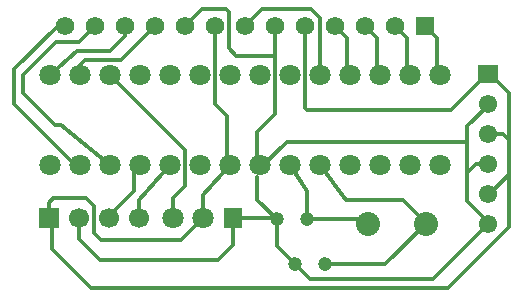
<source format=gtl>
G04 Layer: TopLayer*
G04 EasyEDA v6.4.5, 2020-09-09T10:55:23+00:00*
G04 9ae0df8139264758ba9d87524d1a2e77,b97ca10cbf7f413284ca0e80e24dcd20,10*
G04 Gerber Generator version 0.2*
G04 Scale: 100 percent, Rotated: No, Reflected: No *
G04 Dimensions in inches *
G04 leading zeros omitted , absolute positions ,2 integer and 4 decimal *
%FSLAX24Y24*%
%MOIN*%
G90*
G70D02*

%ADD11C,0.012000*%
%ADD12C,0.061000*%
%ADD13R,0.070866X0.061000*%
%ADD14C,0.080000*%
%ADD15R,0.062000X0.062000*%
%ADD16C,0.062000*%
%ADD17C,0.070866*%
%ADD18R,0.062000X0.070866*%
%ADD19C,0.047000*%
%ADD21C,0.066929*%

%LPD*%
G54D11*
G01X10350Y9450D02*
G01X10350Y6700D01*
G01X10400Y6650D01*
G01X15200Y6650D01*
G01X16331Y7782D01*
G01X7350Y9450D02*
G01X7350Y6850D01*
G01X7750Y6450D01*
G01X7750Y4780D01*
G01X6350Y9450D02*
G01X6900Y10000D01*
G01X7700Y10000D01*
G01X7800Y9900D01*
G01X7800Y8700D01*
G01X8050Y8450D01*
G01X8700Y8450D01*
G01X9350Y8438D01*
G01X9350Y8630D01*
G01X9350Y9450D02*
G01X9350Y6500D01*
G01X8750Y5900D01*
G01X8750Y4855D01*
G01X16500Y6850D02*
G01X15750Y6100D01*
G01X15750Y4419D01*
G01X10850Y4800D02*
G01X11700Y3650D01*
G01X13600Y3650D01*
G01X14364Y2885D01*
G01X14364Y2850D01*
G01X16500Y2850D02*
G01X15750Y3600D01*
G01X15750Y4550D01*
G01X16050Y4850D01*
G01X16500Y4850D01*
G01X12435Y2850D02*
G01X12285Y3000D01*
G01X10400Y3000D01*
G01X9850Y4800D02*
G01X10400Y3950D01*
G01X10400Y3000D01*
G01X7850Y4800D02*
G01X6950Y3800D01*
G01X6950Y3230D01*
G01X3850Y7800D02*
G01X6350Y5300D01*
G01X6350Y4100D01*
G01X5950Y3700D01*
G01X5950Y3050D01*
G01X4850Y4800D02*
G01X4650Y4500D01*
G01X4650Y3950D01*
G01X3800Y3100D01*
G01X3800Y3050D01*
G01X2800Y3050D02*
G01X2800Y2350D01*
G01X3500Y1650D01*
G01X7450Y1650D01*
G01X7950Y2150D01*
G01X7950Y3050D01*
G01X1800Y3150D02*
G01X1900Y3050D01*
G01X1900Y2000D01*
G01X3200Y700D01*
G01X15100Y700D01*
G01X17150Y2750D01*
G01X17150Y4623D01*
G01X2350Y9450D02*
G01X2100Y9450D01*
G01X650Y8000D01*
G01X650Y6850D01*
G01X2750Y4750D01*
G01X2850Y4800D01*
G01X3350Y9450D02*
G01X2800Y8900D01*
G01X2050Y8900D01*
G01X950Y7800D01*
G01X950Y7200D01*
G01X2000Y6150D01*
G01X2200Y6150D01*
G01X3850Y4800D01*
G01X5850Y4800D02*
G01X4800Y3650D01*
G01X4800Y3050D01*
G01X4350Y9450D02*
G01X4350Y9100D01*
G01X3850Y8600D01*
G01X2750Y8600D01*
G01X1850Y7800D01*
G01X5350Y9450D02*
G01X4200Y8300D01*
G01X3000Y8300D01*
G01X2750Y8050D01*
G01X2850Y7800D01*
G01X16500Y7850D02*
G01X17150Y7200D01*
G01X17150Y5379D01*
G01X15750Y5587D02*
G01X9737Y5587D01*
G01X8750Y4600D01*
G01X6950Y3050D02*
G01X6200Y2300D01*
G01X3550Y2300D01*
G01X3300Y2550D01*
G01X3300Y3450D01*
G01X3050Y3700D01*
G01X1950Y3700D01*
G01X1800Y3550D01*
G01X1800Y3050D01*
G01X14350Y9450D02*
G01X14750Y9050D01*
G01X14750Y7600D01*
G01X13350Y9450D02*
G01X13750Y9050D01*
G01X13750Y7600D01*
G01X12350Y9450D02*
G01X12750Y9050D01*
G01X12750Y7600D01*
G01X14364Y2850D02*
G01X13014Y1500D01*
G01X11000Y1500D01*
G01X11350Y9450D02*
G01X11750Y9050D01*
G01X11750Y7600D01*
G01X8350Y9450D02*
G01X8900Y10000D01*
G01X10550Y10000D01*
G01X10850Y9700D01*
G01X10850Y7700D01*
G01X10750Y7600D01*
G01X10000Y1500D02*
G01X9400Y2100D01*
G01X9400Y3000D01*
G01X9400Y3000D02*
G01X8750Y3650D01*
G01X8750Y4419D01*
G01X9400Y2923D02*
G01X9272Y3050D01*
G01X8131Y3050D01*
G01X10000Y1500D02*
G01X10500Y1000D01*
G01X14600Y1000D01*
G01X16347Y2746D01*
G01X16500Y3850D02*
G01X17150Y4500D01*
G01X17150Y5650D01*
G01X16950Y5850D01*
G01X16500Y5850D01*
G54D12*
G01X16450Y2850D03*
G01X16450Y3850D03*
G01X16450Y4850D03*
G01X16450Y5850D03*
G01X16450Y6850D03*
G54D13*
G01X16450Y7850D03*
G54D14*
G01X12435Y2850D03*
G01X14364Y2850D03*
G54D15*
G01X14350Y9450D03*
G54D16*
G01X13350Y9450D03*
G01X12350Y9450D03*
G01X11350Y9450D03*
G01X10350Y9450D03*
G01X9350Y9450D03*
G01X8350Y9450D03*
G01X7350Y9450D03*
G01X6350Y9450D03*
G01X5350Y9450D03*
G01X4350Y9450D03*
G01X3350Y9450D03*
G01X2350Y9450D03*
G54D17*
G01X5950Y3050D03*
G01X6950Y3050D03*
G54D18*
G01X7950Y3050D03*
G54D19*
G01X9400Y3000D03*
G01X10400Y3000D03*
G01X10000Y1500D03*
G01X11000Y1500D03*
G36*
G01X1465Y3384D02*
G01X2134Y3384D01*
G01X2134Y2715D01*
G01X1465Y2715D01*
G01X1465Y3384D01*
G37*
G54D21*
G01X2800Y3050D03*
G01X3800Y3050D03*
G01X4800Y3050D03*
G54D17*
G01X1850Y4800D03*
G01X1850Y7800D03*
G01X2850Y4800D03*
G01X2850Y7800D03*
G01X3850Y4800D03*
G01X3850Y7800D03*
G01X4850Y4800D03*
G01X4850Y7800D03*
G01X5850Y4800D03*
G01X5850Y7800D03*
G01X6850Y4800D03*
G01X6850Y7800D03*
G01X7850Y4800D03*
G01X7850Y7800D03*
G01X8850Y4800D03*
G01X8850Y7800D03*
G01X9850Y4800D03*
G01X9850Y7800D03*
G01X10850Y4800D03*
G01X10850Y7800D03*
G01X11850Y4800D03*
G01X11850Y7800D03*
G01X12850Y4800D03*
G01X12850Y7800D03*
G01X13850Y4800D03*
G01X13850Y7800D03*
G01X14850Y4800D03*
G01X14850Y7800D03*
M00*
M02*

</source>
